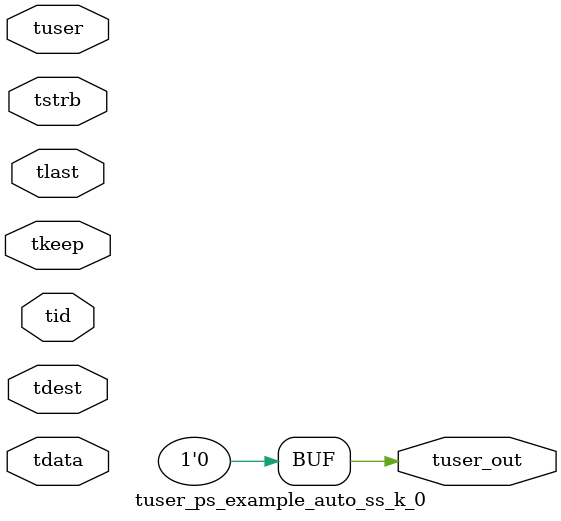
<source format=v>


`timescale 1ps/1ps

module tuser_ps_example_auto_ss_k_0 #
(
parameter C_S_AXIS_TUSER_WIDTH = 1,
parameter C_S_AXIS_TDATA_WIDTH = 32,
parameter C_S_AXIS_TID_WIDTH   = 0,
parameter C_S_AXIS_TDEST_WIDTH = 0,
parameter C_M_AXIS_TUSER_WIDTH = 1
)
(
input  [(C_S_AXIS_TUSER_WIDTH == 0 ? 1 : C_S_AXIS_TUSER_WIDTH)-1:0     ] tuser,
input  [(C_S_AXIS_TDATA_WIDTH == 0 ? 1 : C_S_AXIS_TDATA_WIDTH)-1:0     ] tdata,
input  [(C_S_AXIS_TID_WIDTH   == 0 ? 1 : C_S_AXIS_TID_WIDTH)-1:0       ] tid,
input  [(C_S_AXIS_TDEST_WIDTH == 0 ? 1 : C_S_AXIS_TDEST_WIDTH)-1:0     ] tdest,
input  [(C_S_AXIS_TDATA_WIDTH/8)-1:0 ] tkeep,
input  [(C_S_AXIS_TDATA_WIDTH/8)-1:0 ] tstrb,
input                                                                    tlast,
output [C_M_AXIS_TUSER_WIDTH-1:0] tuser_out
);

assign tuser_out = {1'b0};

endmodule


</source>
